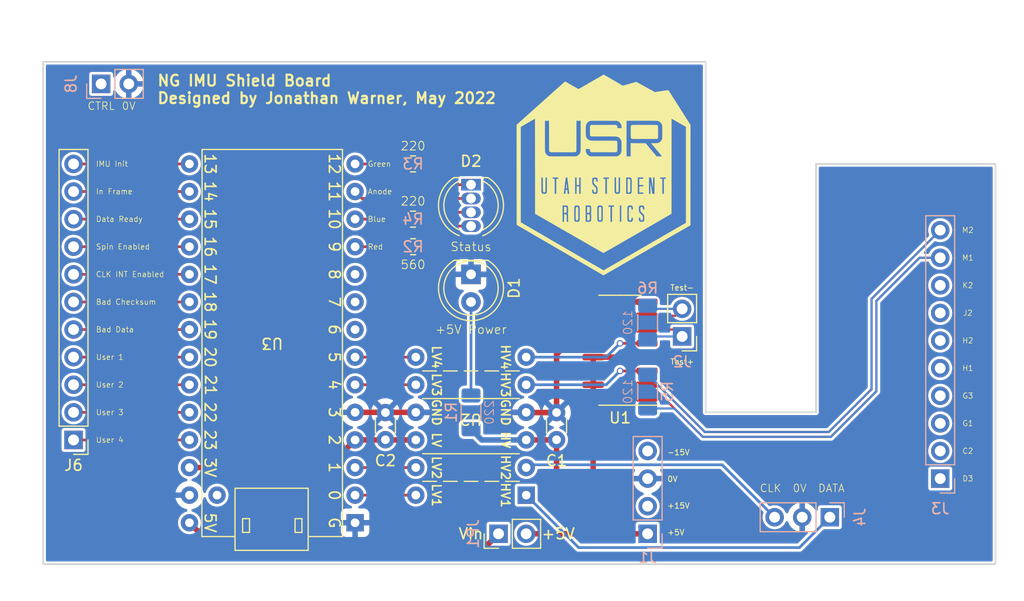
<source format=kicad_pcb>
(kicad_pcb (version 20211014) (generator pcbnew)
  (layers (0 "F.Cu" signal) (31 "B.Cu" signal) (34 "B.Paste" user) (35 "F.Paste" user) (36 "B.SilkS" user "B.Silkscreen") (37 "F.SilkS" user "F.Silkscreen") (38 "B.Mask" user) (39 "F.Mask" user) (44 "Edge.Cuts" user))
  (net 0 "")
  (net 1 "/+5V")
  (net 2 "/0V")
  (net 3 "Net-(D1-Pad2)")
  (net 4 "/+15V")
  (net 5 "/-15V")
  (net 6 "/Data_clean")
  (net 7 "/CLK_clean")
  (net 8 "/K2")
  (net 9 "/J2")
  (net 10 "/H2")
  (net 11 "/H1")
  (net 12 "/G3")
  (net 13 "/G1")
  (net 14 "/D3")
  (net 15 "/C2")
  (net 16 "/Ready-")
  (net 17 "/Ready+")
  (net 18 "/3V3")
  (net 19 "/ALED")
  (net 20 "/Test+")
  (net 21 "/Test-")
  (net 22 "/bad_data")
  (net 23 "/bad_checksum")
  (net 24 "/CLK_INT_enabled")
  (net 25 "/spin_enabled")
  (net 26 "/Data_ready")
  (net 27 "/InFrame")
  (net 28 "/IMU_init")
  (net 29 "/Ready_in")
  (net 30 "/Ready_clean")
  (net 31 "/Test_clean")
  (net 32 "/Test_in")
  (net 33 "/Data_in")
  (net 34 "/CLK_in")
  (net 36 "/user4")
  (net 37 "/user3")
  (net 38 "/RLED")
  (net 39 "/BLED")
  (net 40 "/GLED")
  (net 43 "/user2")
  (net 44 "/user1")
  (net 45 "Net-(D2-Pad1)")
  (net 46 "Net-(D2-Pad3)")
  (net 47 "Net-(D2-Pad4)")
  (net 48 "/Vin")
  (net 50 "/CTRL")
  (footprint "LED_THT:LED_D5.0mm" (layer "F.Cu") (at 144.78 77.47 -90)
    (fp_text reference "D1" (at 1.27 -3.96 90) (layer "F.SilkS"))
    (fp_text value "LED")
    (fp_text user "+5V Power" (at 5.08 0 unlocked) (layer "F.SilkS") (effects (font (size 0.8 0.8) (thickness 0.08))))
    (pad "1" thru_hole rect (at 0 0 270) (size 1.8 1.8) (drill 0.9) (layers *.Cu *.Mask) (net 2 "/0V"))
    (pad "2" thru_hole circle (at 2.54 0 270) (size 1.8 1.8) (drill 0.9) (layers *.Cu *.Mask) (net 3 "Net-(D1-Pad2)"))
  )
  (footprint "Capacitor_THT:C_Disc_D3.0mm_W1.6mm_P2.50mm" (layer "F.Cu") (at 136.906 92.69 90)
    (fp_text reference "C2" (at -1.925 0 180) (layer "F.SilkS"))
    (fp_text value "0.1uF")
    (pad "1" thru_hole circle (at 0 0 90) (size 1.6 1.6) (drill 0.8) (layers *.Cu *.Mask) (net 18 "/3V3"))
    (pad "2" thru_hole circle (at 2.5 0 90) (size 1.6 1.6) (drill 0.8) (layers *.Cu *.Mask) (net 2 "/0V"))
  )
  (footprint "Resistor_SMD:R_0805_2012Metric_Pad1.20x1.40mm_HandSolder" (layer "F.Cu") (at 139.446 74.93 180)
    (fp_text reference "R2" (at 0 0 180) (layer "B.SilkS") (effects (justify mirror)))
    (fp_text value "560")
    (fp_text user "${VALUE}" (at 0 -1.65 unlocked) (layer "F.SilkS") (effects (font (size 0.8 0.8) (thickness 0.08))))
    (pad "1" smd roundrect (at -1 0 180) (size 1.2 1.4) (layers "F.Cu" "F.Paste" "F.Mask") (roundrect_rratio 0.2083333333) (net 47 "Net-(D2-Pad4)"))
    (pad "2" smd roundrect (at 1 0 180) (size 1.2 1.4) (layers "F.Cu" "F.Paste" "F.Mask") (roundrect_rratio 0.2083333333) (net 38 "/RLED"))
  )
  (footprint "Package_SO:SOIC-16_3.9x9.9mm_P1.27mm" (layer "F.Cu") (at 158.496 84.455 180)
    (fp_text reference "U1" (at 0 -6.223 180) (layer "F.SilkS"))
    (fp_text value "SN75LBC175")
    (pad "1" smd roundrect (at -2.475 -4.445 180) (size 1.95 0.6) (layers "F.Cu" "F.Paste" "F.Mask") (net 16 "/Ready-"))
    (pad "2" smd roundrect (at -2.475 -3.175 180) (size 1.95 0.6) (layers "F.Cu" "F.Paste" "F.Mask") (net 17 "/Ready+"))
    (pad "3" smd roundrect (at -2.475 -1.905 180) (size 1.95 0.6) (layers "F.Cu" "F.Paste" "F.Mask") (net 30 "/Ready_clean"))
    (pad "4" smd roundrect (at -2.475 -0.635 180) (size 1.95 0.6) (layers "F.Cu" "F.Paste" "F.Mask") (net 1 "/+5V"))
    (pad "5" smd roundrect (at -2.475 0.635 180) (size 1.95 0.6) (layers "F.Cu" "F.Paste" "F.Mask") (net 31 "/Test_clean"))
    (pad "6" smd roundrect (at -2.475 1.905 180) (size 1.95 0.6) (layers "F.Cu" "F.Paste" "F.Mask") (net 20 "/Test+"))
    (pad "7" smd roundrect (at -2.475 3.175 180) (size 1.95 0.6) (layers "F.Cu" "F.Paste" "F.Mask") (net 21 "/Test-"))
    (pad "8" smd roundrect (at -2.475 4.445 180) (size 1.95 0.6) (layers "F.Cu" "F.Paste" "F.Mask") (net 2 "/0V"))
    (pad "9" smd roundrect (at 2.475 4.445 180) (size 1.95 0.6) (layers "F.Cu" "F.Paste" "F.Mask") (net 2 "/0V"))
    (pad "10" smd roundrect (at 2.475 3.175 180) (size 1.95 0.6) (layers "F.Cu" "F.Paste" "F.Mask") (net 2 "/0V"))
    (pad "11" smd roundrect (at 2.475 1.905 180) (size 1.95 0.6) (layers "F.Cu" "F.Paste" "F.Mask") (net 2 "/0V"))
    (pad "12" smd roundrect (at 2.475 0.635 180) (size 1.95 0.6) (layers "F.Cu" "F.Paste" "F.Mask") (net 2 "/0V"))
    (pad "13" smd roundrect (at 2.475 -0.635 180) (size 1.95 0.6) (layers "F.Cu" "F.Paste" "F.Mask") (net 1 "/+5V"))
    (pad "14" smd roundrect (at 2.475 -1.905 180) (size 1.95 0.6) (layers "F.Cu" "F.Paste" "F.Mask") (net 1 "/+5V"))
    (pad "15" smd roundrect (at 2.475 -3.175 180) (size 1.95 0.6) (layers "F.Cu" "F.Paste" "F.Mask") (net 1 "/+5V"))
    (pad "16" smd roundrect (at 2.475 -4.445 180) (size 1.95 0.6) (layers "F.Cu" "F.Paste" "F.Mask") (net 1 "/+5V"))
  )
  (footprint "NG_IMU_footprints:USR_medium" (layer "F.Cu") (at 156.972 68.326)
    (fp_text reference "G***")
    (fp_text value "LOGO" hide)
  )
  (footprint "Capacitor_THT:C_Disc_D3.0mm_W1.6mm_P2.50mm" (layer "F.Cu") (at 152.654 92.69 90)
    (fp_text reference "C1" (at -1.925 0 180) (layer "F.SilkS"))
    (fp_text value "0.1uF")
    (pad "1" thru_hole circle (at 0 0 90) (size 1.6 1.6) (drill 0.8) (layers *.Cu *.Mask) (net 1 "/+5V"))
    (pad "2" thru_hole circle (at 2.5 0 90) (size 1.6 1.6) (drill 0.8) (layers *.Cu *.Mask) (net 2 "/0V"))
  )
  (footprint "NG_IMU_footprints:Level_Converter" (layer "F.Cu") (at 144.78 91.44 180)
    (fp_text reference "U2" (at 0 0.635 180 unlocked) (layer "F.SilkS"))
    (fp_text value "Level_Converter")
    (fp_text user "HV4" (at -3.175 6.35 270 unlocked) (layer "F.SilkS") (effects (font (size 0.8 0.8))))
    (fp_text user "LV4" (at 3.175 6.35 270 unlocked) (layer "F.SilkS") (effects (font (size 0.8 0.8))))
    (fp_text user "HV2" (at -3.175 -3.81 270 unlocked) (layer "F.SilkS") (effects (font (size 0.8 0.8))))
    (fp_text user "GND" (at 3.175 1.27 270 unlocked) (layer "F.SilkS") (effects (font (size 0.8 0.8))))
    (fp_text user "LV2" (at 3.175 -3.81 270 unlocked) (layer "F.SilkS") (effects (font (size 0.8 0.8))))
    (fp_text user "LV" (at 3.175 -1.27 270 unlocked) (layer "F.SilkS") (effects (font (size 0.8 0.8))))
    (fp_text user "LV1" (at 3.175 -6.35 270 unlocked) (layer "F.SilkS") (effects (font (size 0.8 0.8))))
    (fp_text user "HV" (at -3.175 -1.27 270 unlocked) (layer "F.SilkS") (effects (font (size 0.8 0.8))))
    (fp_text user "GND" (at -3.175 1.27 270 unlocked) (layer "F.SilkS") (effects (font (size 0.8 0.8))))
    (fp_text user "HV3" (at -3.175 3.81 270 unlocked) (layer "F.SilkS") (effects (font (size 0.8 0.8))))
    (fp_text user "LV3" (at 3.175 3.81 270 unlocked) (layer "F.SilkS") (effects (font (size 0.8 0.8))))
    (fp_text user "HV1" (at -3.175 -6.35 270 unlocked) (layer "F.SilkS") (effects (font (size 0.8 0.8))))
    (pad "1" thru_hole rect (at -5.08 -6.35 180) (size 1.6 1.6) (drill 0.8) (layers *.Cu *.Mask) (net 6 "/Data_clean"))
    (pad "2" thru_hole oval (at -5.08 -3.81 180) (size 1.6 1.6) (drill 0.8) (layers *.Cu *.Mask) (net 7 "/CLK_clean"))
    (pad "3" thru_hole oval (at -5.08 -1.27 180) (size 1.6 1.6) (drill 0.8) (layers *.Cu *.Mask) (net 1 "/+5V"))
    (pad "4" thru_hole oval (at -5.08 1.27 180) (size 1.6 1.6) (drill 0.8) (layers *.Cu *.Mask) (net 2 "/0V"))
    (pad "5" thru_hole oval (at -5.08 3.81 180) (size 1.6 1.6) (drill 0.8) (layers *.Cu *.Mask) (net 30 "/Ready_clean"))
    (pad "6" thru_hole oval (at -5.08 6.35 180) (size 1.6 1.6) (drill 0.8) (layers *.Cu *.Mask) (net 31 "/Test_clean"))
    (pad "7" thru_hole oval (at 5.08 6.35 180) (size 1.6 1.6) (drill 0.8) (layers *.Cu *.Mask) (net 32 "/Test_in"))
    (pad "8" thru_hole oval (at 5.08 3.81 180) (size 1.6 1.6) (drill 0.8) (layers *.Cu *.Mask) (net 29 "/Ready_in"))
    (pad "9" thru_hole oval (at 5.08 1.27 180) (size 1.6 1.6) (drill 0.8) (layers *.Cu *.Mask) (net 2 "/0V"))
    (pad "10" thru_hole oval (at 5.08 -1.27 180) (size 1.6 1.6) (drill 0.8) (layers *.Cu *.Mask) (net 18 "/3V3"))
    (pad "11" thru_hole oval (at 5.08 -3.81 180) (size 1.6 1.6) (drill 0.8) (layers *.Cu *.Mask) (net 34 "/CLK_in"))
    (pad "12" thru_hole oval (at 5.08 -6.35 180) (size 1.6 1.6) (drill 0.8) (layers *.Cu *.Mask) (net 33 "/Data_in"))
  )
  (footprint "LED_THT:LED_D5.0mm-4_RGB" (layer "F.Cu") (at 144.78 69.22 -90)
    (fp_text reference "D2" (at -2.159 0) (layer "F.SilkS"))
    (fp_text value "LED_GABR")
    (fp_text user "Status" (at 5.71 0 unlocked) (layer "F.SilkS") (effects (font (size 0.8 0.8) (thickness 0.08))))
    (pad "1" thru_hole rect (at 0 0 270) (size 1.07 1.8) (drill 0.9) (layers *.Cu *.Mask) (net 45 "Net-(D2-Pad1)"))
    (pad "2" thru_hole oval (at 1.27 0 270) (size 1.07 1.8) (drill 0.9) (layers *.Cu *.Mask) (net 19 "/ALED"))
    (pad "3" thru_hole oval (at 2.54 0 270) (size 1.07 1.8) (drill 0.9) (layers *.Cu *.Mask) (net 46 "Net-(D2-Pad3)"))
    (pad "4" thru_hole oval (at 3.81 0 270) (size 1.07 1.8) (drill 0.9) (layers *.Cu *.Mask) (net 47 "Net-(D2-Pad4)"))
  )
  (footprint "Connector_PinHeader_2.54mm:PinHeader_1x02_P2.54mm_Vertical" (layer "F.Cu") (at 147.315 101.346 90)
    (fp_text reference "JP1" (at 0 -2.33 270) (layer "B.SilkS") (effects (justify mirror)))
    (fp_text value "Jumper_2_Open")
    (fp_text user "+5V" (at 0 3.87 unlocked) (layer "F.SilkS") (effects (justify left)))
    (fp_text user "Vin" (at 0 -1.33 unlocked) (layer "F.SilkS") (effects (justify right)))
    (pad "1" thru_hole rect (at 0 0 90) (size 1.7 1.7) (drill 1) (layers *.Cu *.Mask) (net 48 "/Vin"))
    (pad "2" thru_hole oval (at 0 2.54 90) (size 1.7 1.7) (drill 1) (layers *.Cu *.Mask) (net 1 "/+5V"))
  )
  (footprint "Resistor_SMD:R_0805_2012Metric_Pad1.20x1.40mm_HandSolder" (layer "F.Cu") (at 139.446 67.31 180)
    (fp_text reference "R3" (at 0 0) (layer "B.SilkS") (effects (justify mirror)))
    (fp_text value "220")
    (fp_text user "${VALUE}" (at 0 1.65 unlocked) (layer "F.SilkS") (effects (font (size 0.8 0.8) (thickness 0.08))))
    (pad "1" smd roundrect (at -1 0 180) (size 1.2 1.4) (layers "F.Cu" "F.Paste" "F.Mask") (roundrect_rratio 0.2083333333) (net 45 "Net-(D2-Pad1)"))
    (pad "2" smd roundrect (at 1 0 180) (size 1.2 1.4) (layers "F.Cu" "F.Paste" "F.Mask") (roundrect_rratio 0.2083333333) (net 40 "/GLED"))
  )
  (footprint "Connector_PinHeader_2.54mm:PinHeader_1x11_P2.54mm_Vertical" (layer "F.Cu") (at 108.204 92.71 180)
    (fp_text reference "J6" (at 0 -2.33) (layer "F.SilkS"))
    (fp_text value "Conn_01x11_Male")
    (pad "1" thru_hole rect (at 0 0 180) (size 1.7 1.7) (drill 1) (layers *.Cu *.Mask) (net 36 "/user4"))
    (pad "2" thru_hole oval (at 0 2.54 180) (size 1.7 1.7) (drill 1) (layers *.Cu *.Mask) (net 37 "/user3"))
    (pad "3" thru_hole oval (at 0 5.08 180) (size 1.7 1.7) (drill 1) (layers *.Cu *.Mask) (net 43 "/user2"))
    (pad "4" thru_hole oval (at 0 7.62 180) (size 1.7 1.7) (drill 1) (layers *.Cu *.Mask) (net 44 "/user1"))
    (pad "5" thru_hole oval (at 0 10.16 180) (size 1.7 1.7) (drill 1) (layers *.Cu *.Mask) (net 22 "/bad_data"))
    (pad "6" thru_hole oval (at 0 12.7 180) (size 1.7 1.7) (drill 1) (layers *.Cu *.Mask) (net 23 "/bad_checksum"))
    (pad "7" thru_hole oval (at 0 15.24 180) (size 1.7 1.7) (drill 1) (layers *.Cu *.Mask) (net 24 "/CLK_INT_enabled"))
    (pad "8" thru_hole oval (at 0 17.78 180) (size 1.7 1.7) (drill 1) (layers *.Cu *.Mask) (net 25 "/spin_enabled"))
    (pad "9" thru_hole oval (at 0 20.32 180) (size 1.7 1.7) (drill 1) (layers *.Cu *.Mask) (net 26 "/Data_ready"))
    (pad "10" thru_hole oval (at 0 22.86 180) (size 1.7 1.7) (drill 1) (layers *.Cu *.Mask) (net 27 "/InFrame"))
    (pad "11" thru_hole oval (at 0 25.4 180) (size 1.7 1.7) (drill 1) (layers *.Cu *.Mask) (net 28 "/IMU_init"))
  )
  (footprint "Resistor_SMD:R_0805_2012Metric_Pad1.20x1.40mm_HandSolder" (layer "F.Cu") (at 139.446 72.39 180)
    (fp_text reference "R4" (at 0 0 180) (layer "B.SilkS") (effects (justify mirror)))
    (fp_text value "220")
    (fp_text user "${VALUE}" (at 0 1.65 unlocked) (layer "F.SilkS") (effects (font (size 0.8 0.8) (thickness 0.08))))
    (pad "1" smd roundrect (at -1 0 180) (size 1.2 1.4) (layers "F.Cu" "F.Paste" "F.Mask") (roundrect_rratio 0.2083333333) (net 46 "Net-(D2-Pad3)"))
    (pad "2" smd roundrect (at 1 0 180) (size 1.2 1.4) (layers "F.Cu" "F.Paste" "F.Mask") (roundrect_rratio 0.2083333333) (net 39 "/BLED"))
  )
  (footprint "NG_IMU_footprints:Teensy4.0" (layer "F.Cu") (at 134.112 100.33 180)
    (fp_text reference "U3" (at 7.62 16.51 180 unlocked) (layer "F.SilkS"))
    (fp_text value "Teensy_v4.0")
    (fp_text user "3" (at 1.905 10.16 270 unlocked) (layer "F.SilkS"))
    (fp_text user "23" (at 13.335 7.62 270 unlocked) (layer "F.SilkS"))
    (fp_text user "21" (at 13.294736 12.666298 270 unlocked) (layer "F.SilkS"))
    (fp_text user "16" (at 13.335 25.4 270 unlocked) (layer "F.SilkS"))
    (fp_text user "5" (at 1.905 15.24 270 unlocked) (layer "F.SilkS"))
    (fp_text user "5V" (at 13.335 0 270 unlocked) (layer "F.SilkS"))
    (fp_text user "18" (at 13.335 20.32 270 unlocked) (layer "F.SilkS"))
    (fp_text user "0" (at 1.905 2.54 270 unlocked) (layer "F.SilkS"))
    (fp_text user "6" (at 1.905 17.78 270 unlocked) (layer "F.SilkS"))
    (fp_text user "20" (at 13.335 15.24 270 unlocked) (layer "F.SilkS"))
    (fp_text user "17" (at 13.335 22.86 270 unlocked) (layer "F.SilkS"))
    (fp_text user "9" (at 1.905 25.4 270 unlocked) (layer "F.SilkS"))
    (fp_text user "11" (at 1.905 30.48 270 unlocked) (layer "F.SilkS"))
    (fp_text user "G" (at 1.905 0 270 unlocked) (layer "F.SilkS"))
    (fp_text user "8" (at 1.905 22.86 270 unlocked) (layer "F.SilkS"))
    (fp_text user "7" (at 1.905 20.32 270 unlocked) (layer "F.SilkS"))
    (fp_text user "10" (at 1.905 27.94 270 unlocked) (layer "F.SilkS"))
    (fp_text user "4" (at 1.905 12.7 270 unlocked) (layer "F.SilkS"))
    (fp_text user "12" (at 1.905 33.02 270 unlocked) (layer "F.SilkS"))
    (fp_text user "1" (at 1.905 5.08 270 unlocked) (layer "F.SilkS"))
    (fp_text user "2" (at 1.905 7.62 270 unlocked) (layer "F.SilkS"))
    (fp_text user "22" (at 13.335 10.16 270 unlocked) (layer "F.SilkS"))
    (fp_text user "19" (at 13.335 17.78 270 unlocked) (layer "F.SilkS"))
    (fp_text user "14" (at 13.335 30.48 270 unlocked) (layer "F.SilkS"))
    (fp_text user "3V" (at 13.335 5.08 270 unlocked) (layer "F.SilkS"))
    (fp_text user "13" (at 13.335 33.02 270 unlocked) (layer "F.SilkS"))
    (fp_text user "15" (at 13.335 27.94 270 unlocked) (layer "F.SilkS"))
    (pad "1" thru_hole rect (at 0 0 180) (size 1.6 1.6) (drill 0.8) (layers *.Cu *.Mask) (net 2 "/0V"))
    (pad "2" thru_hole oval (at 0 2.54 180) (size 1.6 1.6) (drill 0.8) (layers *.Cu *.Mask) (net 33 "/Data_in"))
    (pad "3" thru_hole oval (at 0 5.08 180) (size 1.6 1.6) (drill 0.8) (layers *.Cu *.Mask) (net 34 "/CLK_in"))
    (pad "4" thru_hole oval (at 0 7.62 180) (size 1.6 1.6) (drill 0.8) (layers *.Cu *.Mask) (net 18 "/3V3"))
    (pad "5" thru_hole oval (at 0 10.16 180) (size 1.6 1.6) (drill 0.8) (layers *.Cu *.Mask) (net 2 "/0V"))
    (pad "6" thru_hole oval (at 0 12.7 180) (size 1.6 1.6) (drill 0.8) (layers *.Cu *.Mask) (net 29 "/Ready_in"))
    (pad "7" thru_hole oval (at 0 15.24 180) (size 1.6 1.6) (drill 0.8) (layers *.Cu *.Mask) (net 32 "/Test_in"))
    (pad "8" thru_hole oval (at 0 17.78 180) (size 1.6 1.6) (drill 0.8) (layers *.Cu *.Mask))
    (pad "9" thru_hole oval (at 0 20.32 180) (size 1.6 1.6) (drill 0.8) (layers *.Cu *.Mask))
    (pad "10" thru_hole oval (at 0 22.86 180) (size 1.6 1.6) (drill 0.8) (layers *.Cu *.Mask))
    (pad "11" thru_hole oval (at 0 25.4 180) (size 1.6 1.6) (drill 0.8) (layers *.Cu *.Mask) (net 38 "/RLED"))
    (pad "12" thru_hole oval (at 0 27.94 180) (size 1.6 1.6) (drill 0.8) (layers *.Cu *.Mask) (net 39 "/BLED"))
    (pad "13" thru_hole oval (at 0 30.48 180) (size 1.6 1.6) (drill 0.8) (layers *.Cu *.Mask) (net 19 "/ALED"))
    (pad "14" thru_hole oval (at 0 33.02 180) (size 1.6 1.6) (drill 0.8) (layers *.Cu *.Mask) (net 40 "/GLED"))
    (pad "15" thru_hole oval (at 15.24 33.02 180) (size 1.6 1.6) (drill 0.8) (layers *.Cu *.Mask) (net 28 "/IMU_init"))
    (pad "16" thru_hole oval (at 15.24 30.48 180) (size 1.6 1.6) (drill 0.8) (layers *.Cu *.Mask) (net 27 "/InFrame"))
    (pad "17" thru_hole oval (at 15.24 27.94 180) (size 1.6 1.6) (drill 0.8) (layers *.Cu *.Mask) (net 26 "/Data_ready"))
    (pad "18" thru_hole oval (at 15.24 25.4 180) (size 1.6 1.6) (drill 0.8) (layers *.Cu *.Mask) (net 25 "/spin_enabled"))
    (pad "19" thru_hole oval (at 15.24 22.86 180) (size 1.6 1.6) (drill 0.8) (layers *.Cu *.Mask) (net 24 "/CLK_INT_enabled"))
    (pad "20" thru_hole oval (at 15.24 20.32 180) (size 1.6 1.6) (drill 0.8) (layers *.Cu *.Mask) (net 23 "/bad_checksum"))
    (pad "21" thru_hole oval (at 15.24 17.78 180) (size 1.6 1.6) (drill 0.8) (layers *.Cu *.Mask) (net 22 "/bad_data"))
    (pad "22" thru_hole oval (at 15.24 15.24 180) (size 1.6 1.6) (drill 0.8) (layers *.Cu *.Mask) (net 44 "/user1"))
    (pad "23" thru_hole oval (at 15.24 12.7 180) (size 1.6 1.6) (drill 0.8) (layers *.Cu *.Mask) (net 43 "/user2"))
    (pad "24" thru_hole oval (at 15.24 10.16 180) (size 1.6 1.6) (drill 0.8) (layers *.Cu *.Mask) (net 37 "/user3"))
    (pad "25" thru_hole oval (at 15.24 7.62 180) (size 1.6 1.6) (drill 0.8) (layers *.Cu *.Mask) (net 36 "/user4"))
    (pad "26" thru_hole oval (at 15.24 5.08 180) (size 1.6 1.6) (drill 0.8) (layers *.Cu *.Mask) (net 18 "/3V3"))
    (pad "27" thru_hole oval (at 15.24 2.54 180) (size 1.6 1.6) (drill 0.8) (layers *.Cu *.Mask) (net 2 "/0V"))
    (pad "28" thru_hole oval (at 15.24 0 180) (size 1.6 1.6) (drill 0.8) (layers *.Cu *.Mask) (net 48 "/Vin"))
    (pad "29" thru_hole oval (at 12.7 2.54 180) (size 1.6 1.6) (drill 0.8) (layers *.Cu *.Mask))
  )
  (footprint "Connector_PinHeader_2.54mm:PinHeader_1x02_P2.54mm_Vertical" (layer "F.Cu") (at 164.211 83.185 180)
    (fp_text reference "J2" (at 0 -2.33 180) (layer "B.SilkS") (effects (justify mirror)))
    (fp_text value "Conn_01x02_Male")
    (pad "1" thru_hole rect (at 0 0 180) (size 1.7 1.7) (drill 1) (layers *.Cu *.Mask) (net 20 "/Test+"))
    (pad "2" thru_hole oval (at 0 2.54 180) (size 1.7 1.7) (drill 1) (layers *.Cu *.Mask) (net 21 "/Test-"))
  )
  (footprint "Connector_PinSocket_2.54mm:PinSocket_1x04_P2.54mm_Vertical" (layer "B.Cu") (at 161.036 101.346)
    (fp_text reference "J1" (at 0 2.159) (layer "B.SilkS") (effects (justify mirror)))
    (fp_text value "Conn_01x04_Female")
    (pad "1" thru_hole rect (at 0 0) (size 1.7 1.7) (drill 1) (layers *.Cu *.Mask) (net 1 "/+5V"))
    (pad "2" thru_hole oval (at 0 -2.54) (size 1.7 1.7) (drill 1) (layers *.Cu *.Mask) (net 4 "/+15V"))
    (pad "3" thru_hole oval (at 0 -5.08) (size 1.7 1.7) (drill 1) (layers *.Cu *.Mask) (net 2 "/0V"))
    (pad "4" thru_hole oval (at 0 -7.62) (size 1.7 1.7) (drill 1) (layers *.Cu *.Mask) (net 5 "/-15V"))
  )
  (footprint "Connector_PinSocket_2.54mm:PinSocket_1x10_P2.54mm_Vertical" (layer "B.Cu") (at 187.96 96.266)
    (fp_text reference "J3" (at 0 2.77 180) (layer "B.SilkS") (effects (justify mirror)))
    (fp_text value "Conn_01x10_Female")
    (pad "1" thru_hole rect (at 0 0) (size 1.7 1.7) (drill 1) (layers *.Cu *.Mask) (net 14 "/D3"))
    (pad "2" thru_hole oval (at 0 -2.54) (size 1.7 1.7) (drill 1) (layers *.Cu *.Mask) (net 15 "/C2"))
    (pad "3" thru_hole oval (at 0 -5.08) (size 1.7 1.7) (drill 1) (layers *.Cu *.Mask) (net 13 "/G1"))
    (pad "4" thru_hole oval (at 0 -7.62) (size 1.7 1.7) (drill 1) (layers *.Cu *.Mask) (net 12 "/G3"))
    (pad "5" thru_hole oval (at 0 -10.16) (size 1.7 1.7) (drill 1) (layers *.Cu *.Mask) (net 11 "/H1"))
    (pad "6" thru_hole oval (at 0 -12.7) (size 1.7 1.7) (drill 1) (layers *.Cu *.Mask) (net 10 "/H2"))
    (pad "7" thru_hole oval (at 0 -15.24) (size 1.7 1.7) (drill 1) (layers *.Cu *.Mask) (net 9 "/J2"))
    (pad "8" thru_hole oval (at 0 -17.78) (size 1.7 1.7) (drill 1) (layers *.Cu *.Mask) (net 8 "/K2"))
    (pad "9" thru_hole oval (at 0 -20.32) (size 1.7 1.7) (drill 1) (layers *.Cu *.Mask) (net 16 "/Ready-"))
    (pad "10" thru_hole oval (at 0 -22.86) (size 1.7 1.7) (drill 1) (layers *.Cu *.Mask) (net 17 "/Ready+"))
  )
  (footprint "Resistor_SMD:R_1206_3216Metric_Pad1.30x1.75mm_HandSolder" (layer "B.Cu") (at 144.78 90.17 -90)
    (fp_text reference "R1" (at 0 1.82 90) (layer "B.SilkS") (effects (justify mirror)))
    (fp_text value "220")
    (pad "1" smd roundrect (at -1.55 0 270) (size 1.3 1.75) (layers "B.Cu" "B.Paste" "B.Mask") (roundrect_rratio 0.192308) (net 3 "Net-(D1-Pad2)"))
    (pad "2" smd roundrect (at 1.55 0 270) (size 1.3 1.75) (layers "B.Cu" "B.Paste" "B.Mask") (roundrect_rratio 0.192308) (net 1 "/+5V"))
  )
  (footprint "Connector_PinSocket_2.54mm:PinSocket_1x03_P2.54mm_Vertical" (layer "B.Cu") (at 177.8 99.822 90)
    (fp_text reference "J4" (at 0 2.77 270) (layer "B.SilkS") (effects (justify mirror)))
    (fp_text value "Conn_01x03_Female")
    (pad "1" thru_hole rect (at 0 0 90) (size 1.7 1.7) (drill 1) (layers *.Cu *.Mask) (net 6 "/Data_clean"))
    (pad "2" thru_hole oval (at 0 -2.54 90) (size 1.7 1.7) (drill 1) (layers *.Cu *.Mask) (net 2 "/0V"))
    (pad "3" thru_hole oval (at 0 -5.08 90) (size 1.7 1.7) (drill 1) (layers *.Cu *.Mask) (net 7 "/CLK_clean"))
  )
  (footprint "Resistor_SMD:R_1206_3216Metric_Pad1.30x1.75mm_HandSolder" (layer "B.Cu") (at 161.036 81.91 90)
    (fp_text reference "R6" (at 3.17 0 180) (layer "B.SilkS") (effects (justify mirror)))
    (fp_text value "120")
    (pad "1" smd roundrect (at -1.55 0 90) (size 1.3 1.75) (layers "B.Cu" "B.Paste" "B.Mask") (roundrect_rratio 0.1923076923) (net 20 "/Test+"))
    (pad "2" smd roundrect (at 1.55 0 90) (size 1.3 1.75) (layers "B.Cu" "B.Paste" "B.Mask") (roundrect_rratio 0.1923076923) (net 21 "/Test-"))
  )
  (footprint "Resistor_SMD:R_1206_3216Metric_Pad1.30x1.75mm_HandSolder" (layer "B.Cu") (at 161.036 88.265 90)
    (fp_text reference "R5" (at 0 1.82 90) (layer "B.SilkS") (effects (justify mirror)))
    (fp_text value "120")
    (pad "1" smd roundrect (at -1.55 0 90) (size 1.3 1.75) (layers "B.Cu" "B.Paste" "B.Mask") (roundrect_rratio 0.1923076923) (net 16 "/Ready-"))
    (pad "2" smd roundrect (at 1.55 0 90) (size 1.3 1.75) (layers "B.Cu" "B.Paste" "B.Mask") (roundrect_rratio 0.1923076923) (net 17 "/Ready+"))
  )
  (footprint "Connector_PinSocket_2.54mm:PinSocket_1x02_P2.54mm_Vertical" (layer "B.Cu") (at 110.744 59.944 -90)
    (fp_text reference "J8" (at 0 2.77 90) (layer "B.SilkS") (effects (justify mirror)))
    (fp_text value "Conn_01x02_Female")
    (fp_text user "CTRL" (at 2.032 0 unlocked) (layer "F.SilkS") (effects (font (size 0.7 0.7) (thickness 0.07))))
    (fp_text user "0V" (at 2.032 -2.54 unlocked) (layer "F.SilkS") (effects (font (size 0.7 0.7) (thickness 0.07))))
    (pad "1" thru_hole rect (at 0 0 270) (size 1.7 1.7) (drill 1) (layers *.Cu *.Mask) (net 50 "/CTRL"))
    (pad "2" thru_hole oval (at 0 -2.54 270) (size 1.7 1.7) (drill 1) (layers *.Cu *.Mask) (net 2 "/0V"))
  )
  (gr_line (start 193.04 104.14) (end 105.41 104.14) (layer "Edge.Cuts") (width 0.15))
  (gr_line (start 105.41 57.912) (end 166.37 57.912) (layer "Edge.Cuts") (width 0.15))
  (gr_line (start 166.37 57.912) (end 166.37 90.17) (layer "Edge.Cuts") (width 0.15))
  (gr_line (start 166.37 90.17) (end 176.53 90.17) (layer "Edge.Cuts") (width 0.15))
  (gr_line (start 105.41 104.14) (end 105.41 57.912) (layer "Edge.Cuts") (width 0.15))
  (gr_line (start 176.53 90.17) (end 176.53 67.31) (layer "Edge.Cuts") (width 0.15))
  (gr_line (start 176.53 67.31) (end 193.04 67.31) (layer "Edge.Cuts") (width 0.15))
  (gr_line (start 193.04 67.31) (end 193.04 104.14) (layer "Edge.Cuts") (width 0.15))
  (gr_text "220" (at 146.473462 90.17 90) (layer "B.SilkS") (effects (font (size 0.8 0.8) (thickness 0.08)) (justify mirror)))
  (gr_text "120" (at 159.216 88.265 90) (layer "B.SilkS") (effects (font (size 0.8 0.8) (thickness 0.08)) (justify mirror)))
  (gr_text "120" (at 159.216 81.91 90) (layer "B.SilkS") (effects (font (size 0.8 0.8) (thickness 0.08)) (justify mirror)))
  (gr_text "H2" (at 190.5 83.566) (layer "F.SilkS") (effects (font (size 0.5 0.5) (thickness 0.06))))
  (gr_text "Test+" (at 164.211 85.515) (layer "F.SilkS") (effects (font (size 0.508 0.508) (thickness 0.08))))
  (gr_text "H1" (at 190.5 86.106) (layer "F.SilkS") (effects (font (size 0.5 0.5) (thickness 0.06))))
  (gr_text "Bad Data" (at 110.236 82.55) (layer "F.SilkS") (effects (font (size 0.5 0.5) (thickness 0.06)) (justify left)))
  (gr_text "G1" (at 190.5 91.186) (layer "F.SilkS") (effects (font (size 0.5 0.5) (thickness 0.06))))
  (gr_text "D3" (at 190.5 96.266) (layer "F.SilkS") (effects (font (size 0.5 0.5) (thickness 0.06))))
  (gr_text "J2" (at 190.5 81.026) (layer "F.SilkS") (effects (font (size 0.5 0.5) (thickness 0.06))))
  (gr_text "Anode" (at 135.255 69.85) (layer "F.SilkS") (effects (font (size 0.5 0.5) (thickness 0.06)) (justify left)))
  (gr_text "M2" (at 190.5 73.406) (layer "F.SilkS") (effects (font (size 0.5 0.5) (thickness 0.06))))
  (gr_text "Test-" (at 164.211 78.696) (layer "F.SilkS") (effects (font (size 0.508 0.508) (thickness 0.08))))
  (gr_text "CLK INT Enabled" (at 110.236 77.47) (layer "F.SilkS") (effects (font (size 0.5 0.5) (thickness 0.06)) (justify left)))
  (gr_text "User 2" (at 110.236 87.63) (layer "F.SilkS") (effects (font (size 0.5 0.5) (thickness 0.06)) (justify left)))
  (gr_text "C2" (at 190.5 93.726) (layer "F.SilkS") (effects (font (size 0.5 0.5) (thickness 0.06))))
  (gr_text "User 4" (at 110.236 92.71) (layer "F.SilkS") (effects (font (size 0.5 0.5) (thickness 0.06)) (justify left)))
  (gr_text "Green" (at 135.255 67.31) (layer "F.SilkS") (effects (font (size 0.5 0.5) (thickness 0.06)) (justify left)))
  (gr_text "IMU Init" (at 110.236 67.31) (layer "F.SilkS") (effects (font (size 0.5 0.5) (thickness 0.06)) (justify left)))
  (gr_text "User 3" (at 110.236 90.17) (layer "F.SilkS") (effects (font (size 0.5 0.5) (thickness 0.06)) (justify left)))
  (gr_text "Data Ready" (at 110.236 72.39) (layer "F.SilkS") (effects (font (size 0.5 0.5) (thickness 0.06)) (justify left)))
  (gr_text "Blue" (at 135.255 72.39) (layer "F.SilkS") (effects (font (size 0.5 0.5) (thickness 0.06)) (justify left)))
  (gr_text "User 1" (at 110.236 85.09) (layer "F.SilkS") (effects (font (size 0.5 0.5) (thickness 0.06)) (justify left)))
  (gr_text "M1" (at 190.5 75.946) (layer "F.SilkS") (effects (font (size 0.5 0.5) (thickness 0.06))))
  (gr_text "Red" (at 135.255 74.93) (layer "F.SilkS") (effects (font (size 0.5 0.5) (thickness 0.06)) (justify left)))
  (gr_text "G3" (at 190.5 88.646) (layer "F.SilkS") (effects (font (size 0.5 0.5) (thickness 0.06))))
  (gr_text "In Frame" (at 110.236 69.85) (layer "F.SilkS") (effects (font (size 0.5 0.5) (thickness 0.06)) (justify left)))
  (gr_text "CLK  0V  DATA" (at 175.26 97.155) (layer "F.SilkS") (effects (font (size 0.7 0.7) (thickness 0.07))))
  (gr_text "Spin Enabled" (at 110.236 74.93) (layer "F.SilkS") (effects (font (size 0.5 0.5) (thickness 0.06)) (justify left)))
  (gr_text "Bad Checksum" (at 110.236 80.01) (layer "F.SilkS") (effects (font (size 0.5 0.5) (thickness 0.06)) (justify left)))
  (gr_text "-15V\n\n\n0V\n\n\n+15V\n\n\n+5V" (at 162.814 97.536) (layer "F.SilkS") (effects (font (size 0.508 0.508) (thickness 0.08)) (justify left)))
  (gr_text "K2" (at 190.5 78.486) (layer "F.SilkS") (effects (font (size 0.5 0.5) (thickness 0.06))))
  (gr_text "NG IMU Shield Board\nDesigned by Jonathan Warner, May 2022" (at 115.824 60.452) (layer "F.SilkS") (effects (font (size 1 1) (thickness 0.2)) (justify left)))
  (segment (start 149.86 92.71) (end 152.634 92.71) (width 0.508) (layer "F.Cu") (net 1))
  (segment (start 152.654 92.69) (end 152.654 95.504) (width 0.508) (layer "F.Cu") (net 1))
  (segment (start 156.021 85.09) (end 160.971 85.09) (width 0.508) (layer "F.Cu") (net 1))
  (segment (start 152.654 95.504) (end 158.496 101.346) (width 0.508) (layer "F.Cu") (net 1))
  (segment (start 149.855 101.346) (end 161.036 101.346) (width 0.508) (layer "F.Cu") (net 1))
  (segment (start 156.021 98.871) (end 156.021 85.36892) (width 0.508) (layer "F.Cu") (net 1))
  (segment (start 149.86 92.71) (end 145.77 92.71) (width 0.508) (layer "B.Cu") (net 1))
  (segment (start 145.77 92.71) (end 144.78 91.72) (width 0.508) (layer "B.Cu") (net 1))
  (segment (start 134.112 90.17) (end 139.7 90.17) (width 0.508) (layer "F.Cu") (net 2))
  (segment (start 160.971 80.01) (end 156.021 80.01) (width 0.508) (layer "F.Cu") (net 2))
  (segment (start 153.481 77.47) (end 156.021 80.01) (width 0.508) (layer "F.Cu") (net 2))
  (segment (start 149.86 90.17) (end 139.7 90.17) (width 0.508) (layer "F.Cu") (net 2))
  (segment (start 156.021 80.01) (end 156.021 83.82) (width 0.508) (layer "F.Cu") (net 2))
  (segment (start 152.654 90.19) (end 149.88 90.19) (width 0.508) (layer "F.Cu") (net 2))
  (segment (start 153.67 83.82) (end 152.654 84.836) (width 0.508) (layer "F.Cu") (net 2))
  (segment (start 156.021 83.82) (end 153.67 83.82) (width 0.508) (layer "F.Cu") (net 2))
  (segment (start 144.78 77.47) (end 153.481 77.47) (width 0.508) (layer "F.Cu") (net 2))
  (segment (start 152.654 84.836) (end 152.654 90.19) (width 0.508) (layer "F.Cu") (net 2))
  (segment (start 144.78 88.62) (end 144.78 80.01) (width 0.25) (layer "B.Cu") (net 3))
  (segment (start 154.686 102.616) (end 149.86 97.79) (width 0.25) (layer "B.Cu") (net 6))
  (segment (start 177.8 99.822) (end 175.006 102.616) (width 0.25) (layer "B.Cu") (net 6))
  (segment (start 175.006 102.616) (end 154.686 102.616) (width 0.25) (layer "B.Cu") (net 6))
  (segment (start 172.72 99.822) (end 167.894 94.996) (width 0.25) (layer "B.Cu") (net 7))
  (segment (start 167.894 94.996) (end 150.114 94.996) (width 0.25) (layer "B.Cu") (net 7))
  (segment (start 160.971 88.9) (end 162.584603 88.9) (width 0.2) (layer "F.Cu") (net 16))
  (segment (start 166.111603 92.427) (end 162.584603 88.9) (width 0.2) (layer "F.Cu") (net 16))
  (segment (start 177.8932 92.427) (end 166.111603 92.427) (width 0.2) (layer "F.Cu") (net 16))
  (segment (start 186.056397 75.946) (end 182.089 79.913397) (width 0.2) (layer "F.Cu") (net 16))
  (segment (start 187.96 75.946) (end 186.056397 75.946) (width 0.2) (layer "F.Cu") (net 16))
  (segment (start 182.089 88.2312) (end 177.8932 92.427) (width 0.2) (layer "F.Cu") (net 16))
  (segment (start 182.089 79.913397) (end 182.089 88.2312) (width 0.2) (layer "F.Cu") (net 16))
  (segment (start 182.089 88.2312) (end 177.8932 92.427) (width 0.2) (layer "B.Cu") (net 16))
  (segment (start 177.8932 92.427) (end 166.111603 92.427) (width 0.2) (layer "B.Cu") (net 16))
  (segment (start 182.089 79.913397) (end 182.089 88.2312) (width 0.2) (layer "B.Cu") (net 16))
  (segment (start 186.056397 75.946) (end 182.089 79.913397) (width 0.2) (layer "B.Cu") (net 16))
  (segment (start 187.96 75.946) (end 186.056397 75.946) (width 0.2) (layer "B.Cu") (net 16))
  (segment (start 163.499603 89.815) (end 161.036 89.815) (width 0.2) (layer "B.Cu") (net 16))
  (segment (start 166.111603 92.427) (end 163.499603 89.815) (width 0.2) (layer "B.Cu") (net 16))
  (segment (start 187.96 73.406) (end 181.639 79.727) (width 0.2) (layer "F.Cu") (net 17))
  (segment (start 161.951 87.63) (end 160.971 87.63) (width 0.2) (layer "F.Cu") (net 17))
  (segment (start 177.7068 91.977) (end 166.298 91.977) (width 0.2) (layer "F.Cu") (net 17))
  (segment (start 181.639 88.0448) (end 177.7068 91.977) (width 0.2) (layer "F.Cu") (net 17))
  (segment (start 166.298 91.977) (end 161.951 87.63) (width 0.2) (layer "F.Cu") (net 17))
  (segment (start 181.639 79.727) (end 181.639 88.0448) (width 0.2) (layer "F.Cu") (net 17))
  (segment (start 181.639 79.727) (end 181.639 88.0448) (width 0.2) (layer "B.Cu") (net 17))
  (segment (start 187.96 73.406) (end 181.639 79.727) (width 0.2) (layer "B.Cu") (net 17))
  (segment (start 177.7068 91.977) (end 166.298 91.977) (width 0.2) (layer "B.Cu") (net 17))
  (segment (start 166.298 91.977) (end 161.036 86.715) (width 0.2) (layer "B.Cu") (net 17))
  (segment (start 181.639 88.0448) (end 177.7068 91.977) (width 0.2) (layer "B.Cu") (net 17))
  (segment (start 131.572 95.25) (end 134.112 92.71) (width 0.508) (layer "F.Cu") (net 18))
  (segment (start 118.872 95.25) (end 131.572 95.25) (width 0.508) (layer "F.Cu") (net 18))
  (segment (start 139.7 92.71) (end 134.112 92.71) (width 0.508) (layer "F.Cu") (net 18))
  (segment (start 134.752 70.49) (end 144.78 70.49) (width 0.25) (layer "F.Cu") (net 19))
  (segment (start 134.112 69.85) (end 134.752 70.49) (width 0.25) (layer "F.Cu") (net 19))
  (segment (start 163.576 82.55) (end 160.971 82.55) (width 0.2) (layer "F.Cu") (net 20))
  (segment (start 161.311 83.185) (end 164.211 83.185) (width 0.2) (layer "B.Cu") (net 20))
  (segment (start 164.211 80.645) (end 163.576 81.28) (width 0.2) (layer "F.Cu") (net 21))
  (segment (start 163.576 81.28) (end 160.971 81.28) (width 0.2) (layer "F.Cu") (net 21))
  (segment (start 161.321 80.645) (end 164.211 80.645) (width 0.2) (layer "B.Cu") (net 21))
  (segment (start 118.872 82.55) (end 108.204 82.55) (width 0.25) (layer "F.Cu") (net 22))
  (segment (start 108.204 80.01) (end 118.872 80.01) (width 0.25) (layer "F.Cu") (net 23))
  (segment (start 118.872 77.47) (end 108.204 77.47) (width 0.25) (layer "F.Cu") (net 24))
  (segment (start 108.204 74.93) (end 118.872 74.93) (width 0.25) (layer "F.Cu") (net 25))
  (segment (start 118.872 72.39) (end 108.204 72.39) (width 0.25) (layer "F.Cu") (net 26))
  (segment (start 108.204 69.85) (end 118.872 69.85) (width 0.25) (layer "F.Cu") (net 27))
  (segment (start 108.204 67.31) (end 118.872 67.31) (width 0.25) (layer "F.Cu") (net 28))
  (segment (start 139.7 87.63) (end 134.112 87.63) (width 0.25) (layer "F.Cu") (net 29))
  (segment (start 160.971 86.36) (end 158.496 86.36) (width 0.25) (layer "F.Cu") (net 30))
  (via (at 158.496 86.36) (size 0.6) (drill 0.4) (layers "F.Cu" "B.Cu") (net 30))
  (segment (start 157.226 87.63) (end 158.496 86.36) (width 0.25) (layer "B.Cu") (net 30))
  (segment (start 149.86 87.63) (end 157.226 87.63) (width 0.25) (layer "B.Cu") (net 30))
  (segment (start 160.971 83.82) (end 158.496 83.82) (width 0.25) (layer "F.Cu") (net 31))
  (via (at 158.496 83.82) (size 0.6) (drill 0.4) (layers "F.Cu" "B.Cu") (net 31))
  (segment (start 158.496 83.82) (end 157.226 85.09) (width 0.25) (layer "B.Cu") (net 31))
  (segment (start 157.226 85.09) (end 149.86 85.09) (width 0.25) (layer "B.Cu") (net 31))
  (segment (start 134.112 85.09) (end 139.7 85.09) (width 0.25) (layer "F.Cu") (net 32))
  (segment (start 139.7 97.79) (end 134.112 97.79) (width 0.25) (layer "F.Cu") (net 33))
  (segment (start 134.112 95.25) (end 139.7 95.25) (width 0.25) (layer "F.Cu") (net 34))
  (segment (start 118.872 92.71) (end 108.204 92.71) (width 0.25) (layer "F.Cu") (net 36))
  (segment (start 108.204 90.17) (end 118.872 90.17) (width 0.25) (layer "F.Cu") (net 37))
  (segment (start 134.112 74.93) (end 138.446 74.93) (width 0.25) (layer "F.Cu") (net 38))
  (segment (start 134.112 72.39) (end 138.446 72.39) (width 0.25) (layer "F.Cu") (net 39))
  (segment (start 134.112 67.31) (end 138.446 67.31) (width 0.25) (layer "F.Cu") (net 40))
  (segment (start 118.872 87.63) (end 108.204 87.63) (width 0.25) (layer "F.Cu") (net 43))
  (segment (start 108.204 85.09) (end 118.872 85.09) (width 0.25) (layer "F.Cu") (net 44))
  (segment (start 142.356 69.22) (end 140.446 67.31) (width 0.25) (layer "F.Cu") (net 45))
  (segment (start 144.78 69.22) (end 142.356 69.22) (width 0.25) (layer "F.Cu") (net 45))
  (segment (start 141.076 71.76) (end 144.78 71.76) (width 0.25) (layer "F.Cu") (net 46))
  (segment (start 140.446 72.39) (end 141.076 71.76) (width 0.25) (layer "F.Cu") (net 46))
  (segment (start 142.346 73.03) (end 144.78 73.03) (width 0.25) (layer "F.Cu") (net 47))
  (segment (start 140.446 74.93) (end 142.346 73.03) (width 0.25) (layer "F.Cu") (net 47))
  (segment (start 146.299 102.362) (end 147.315 101.346) (width 0.508) (layer "F.Cu") (net 48))
  (segment (start 118.872 100.33) (end 120.904 102.362) (width 0.508) (layer "F.Cu") (net 48))
  (segment (start 120.904 102.362) (end 146.299 102.362) (width 0.508) (layer "F.Cu") (net 48))
  (zone (net 2) (net_name "/0V") (layer "B.Cu") (connect_pads (clearance 0.25)) (min_thickness 0.254) (fill yes (thermal_gap 0.508) (thermal_bridge_width 0.508))
    (polygon (pts (xy 193.04 104.14) (xy 105.41 104.14) (xy 105.41 57.912) (xy 193.04 57.912)))
  )
)
</source>
